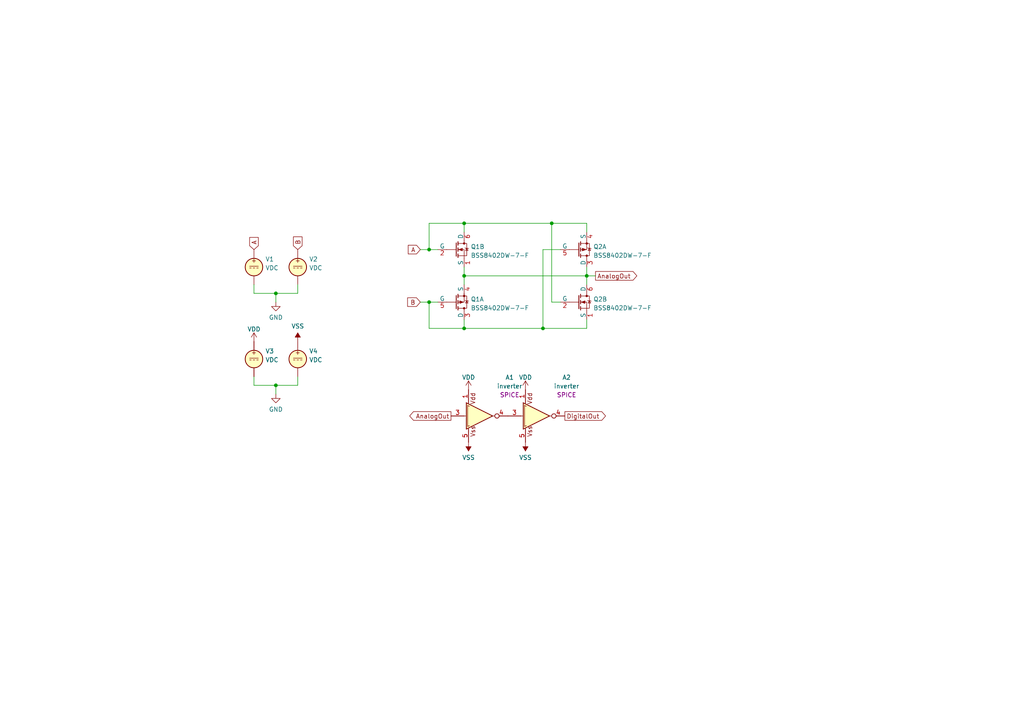
<source format=kicad_sch>
(kicad_sch (version 20211123) (generator eeschema)
  (paper "A4")
  (lib_symbols
    (symbol "Simulation_SPICE:VDC" (pin_numbers hide) (pin_names (offset 0.0254))
      (property "Reference" "V" (at 2.54 2.54 0))
      (property "Value" "VDC" (at 2.54 0 0))
      (property "Spice_Model" "dc(1)" (at 2.54 -2.54 0))
      (symbol "VDC_0_0"
        (polyline (pts (xy -1.27 0.254) (xy 1.27 0.254)))
        (polyline (pts (xy -0.762 -0.254) (xy -1.27 -0.254)))
        (polyline (pts (xy 0.254 -0.254) (xy -0.254 -0.254)))
        (polyline (pts (xy 1.27 -0.254) (xy 0.762 -0.254)))
        (text "+" (at 0 1.905 0) (effects (font (size 1.27 1.27))))
      )
      (symbol "VDC_0_1"
        (circle (center 0 0) (radius 2.54) (stroke (width 0.254)) (fill (type background)))
      )
      (symbol "VDC_1_1"
        (pin passive line (at 0 5.08 270) (length 2.54) (name "~") (number "1"))
        (pin passive line (at 0 -5.08 90) (length 2.54) (name "~") (number "2"))
      )
    )
    (symbol "TernaryLogic:inverter" (pin_names (offset 1.016))
      (property "Reference" "A" (at -0.635 1.27 0))
      (property "Value" "inverter" (at -0.635 -0.635 0))
      (property "Spice_Primitive" "X" (at -0.635 1.27 0))
      (property "Spice_Model" "Inverter" (at -0.635 1.27 0))
      (property "Spice_Netlist_Enabled" "Y" (at -0.635 1.27 0))
      (symbol "inverter_0_0"
        (polyline (pts (xy -3.81 0) (xy -3.302 0)))
        (polyline (pts (xy -2.54 -3.81) (xy -2.54 -3.556)))
        (polyline (pts (xy -2.54 3.81) (xy -2.54 3.556)))
        (polyline (pts (xy 5.08 0) (xy 4.318 0)))
        (text "Vdd" (at -1.27 5.08 900) (effects (font (size 1.27 1.27))))
        (text "Vss" (at -1.27 -4.445 900) (effects (font (size 1.27 1.27))))
      )
      (symbol "inverter_0_1"
        (polyline (pts (xy -2.794 3.048) (xy -2.286 2.794)) (stroke (width 0.1524)))
        (polyline (pts (xy -2.794 3.048) (xy -2.794 -3.048) (xy -2.286 -2.794)) (stroke (width 0.1524)))
      )
      (symbol "inverter_1_1"
        (polyline (pts (xy -3.175 3.81) (xy -3.175 -3.81) (xy 4.445 0) (xy -3.175 3.81)) (stroke (width 0.254)) (fill (type background)))
        (pin power_in line (at -2.54 7.62 270) (length 3.81) (name "~") (number "1"))
        (pin input line (at -7.62 0 0) (length 3.81) (name "~") (number "3"))
        (pin output inverted (at 8.89 0 180) (length 3.81) (name "~") (number "4"))
        (pin power_in line (at -2.54 -7.62 90) (length 3.81) (name "~") (number "5"))
      )
    )
    (symbol "Tritium:BSS8402DW-7-F" (pin_names (offset 0))
      (property "Reference" "Q" (at 2.54 1.27 0))
      (property "Value" "BSS8402DW-7-F" (at 2.54 -1.27 0))
      (symbol "BSS8402DW-7-F_0_1"
        (polyline (pts (xy -2.286 -1.905) (xy -2.286 1.905)) (stroke (width 0.254)))
        (polyline (pts (xy -2.286 0) (xy -5.08 0)))
        (polyline (pts (xy -1.778 -2.286) (xy -1.778 -1.27)) (stroke (width 0.254)))
        (polyline (pts (xy -1.778 -0.508) (xy -1.778 0.508)) (stroke (width 0.254)))
        (polyline (pts (xy -1.778 1.27) (xy -1.778 2.286)) (stroke (width 0.254)))
        (polyline (pts (xy 0 2.54) (xy 0 1.778)))
        (polyline (pts (xy -1.778 -1.778) (xy 0.762 -1.778) (xy 0.762 1.778) (xy -1.778 1.778)))
        (polyline (pts (xy 0.254 0.508) (xy 0.381 0.381) (xy 1.143 0.381) (xy 1.27 0.254)))
        (polyline (pts (xy 0.762 0.381) (xy 0.381 -0.254) (xy 1.143 -0.254) (xy 0.762 0.381)))
        (circle (center 0 1.778) (radius 0.254) (fill (type outline)))
      )
      (symbol "BSS8402DW-7-F_1_1"
        (circle (center 0 -1.778) (radius 0.254) (fill (type outline)))
        (polyline (pts (xy 0 -2.54) (xy 0 -1.778)))
        (polyline (pts (xy 0 2.54) (xy 0 0) (xy -1.778 0)))
        (polyline (pts (xy -0.254 0) (xy -1.27 -0.381) (xy -1.27 0.381) (xy -0.254 0)) (fill (type outline)))
        (pin passive line (at 0 -5.08 90) (length 2.54) (name "D") (number "3"))
        (pin passive line (at 0 5.08 270) (length 2.54) (name "S") (number "4"))
        (pin input line (at -7.62 0 0) (length 2.54) (name "G") (number "5"))
      )
      (symbol "BSS8402DW-7-F_2_1"
        (polyline (pts (xy 0 -2.54) (xy 0 0) (xy -1.778 0)))
        (polyline (pts (xy -1.524 0) (xy -0.508 0.381) (xy -0.508 -0.381) (xy -1.524 0)) (fill (type outline)))
        (pin passive line (at 0 -5.08 90) (length 2.54) (name "S") (number "1"))
        (pin input line (at -7.62 0 0) (length 2.54) (name "G") (number "2"))
        (pin passive line (at 0 5.08 270) (length 2.54) (name "D") (number "6"))
      )
    )
    (symbol "power:GND" (power) (pin_names (offset 0))
      (property "Value" "GND" (at 0 -3.81 0))
      (symbol "GND_0_1"
        (polyline (pts (xy 0 0) (xy 0 -1.27) (xy 1.27 -1.27) (xy 0 -2.54) (xy -1.27 -1.27) (xy 0 -1.27)))
      )
      (symbol "GND_1_1"
        (pin power_in line (at 0 0 270) (length 0) hide (name "GND") (number "1"))
      )
    )
    (symbol "power:VDD" (power) (pin_names (offset 0))
      (property "Value" "VDD" (at 0 3.81 0))
      (symbol "VDD_0_1"
        (polyline (pts (xy -0.762 1.27) (xy 0 2.54)))
        (polyline (pts (xy 0 0) (xy 0 2.54)))
        (polyline (pts (xy 0 2.54) (xy 0.762 1.27)))
      )
      (symbol "VDD_1_1"
        (pin power_in line (at 0 0 90) (length 0) hide (name "VDD") (number "1"))
      )
    )
    (symbol "power:VSS" (power) (pin_names (offset 0))
      (property "Value" "VSS" (at 0 3.81 0))
      (symbol "VSS_0_1"
        (polyline (pts (xy 0 0) (xy 0 2.54)))
        (polyline (pts (xy 0.762 1.27) (xy -0.762 1.27) (xy 0 2.54) (xy 0.762 1.27)) (fill (type outline)))
      )
      (symbol "VSS_1_1"
        (pin power_in line (at 0 0 90) (length 0) hide (name "VSS") (number "1"))
      )
    )
  )
  (junction (at 134.62 64.77))
  (junction (at 170.18 80.01))
  (junction (at 80.01 85.09))
  (junction (at 160.02 64.77))
  (junction (at 124.46 87.63))
  (junction (at 157.48 95.25))
  (junction (at 134.62 95.25))
  (junction (at 134.62 80.01))
  (junction (at 80.01 111.76))
  (junction (at 124.46 72.39))
  (wire (pts (xy 134.62 80.01) (xy 170.18 80.01)))
  (wire (pts (xy 124.46 64.77) (xy 134.62 64.77)))
  (wire (pts (xy 121.92 72.39) (xy 124.46 72.39)))
  (wire (pts (xy 162.56 72.39) (xy 157.48 72.39)))
  (wire (pts (xy 134.62 77.47) (xy 134.62 80.01)))
  (wire (pts (xy 160.02 64.77) (xy 170.18 64.77)))
  (wire (pts (xy 124.46 87.63) (xy 127 87.63)))
  (wire (pts (xy 157.48 72.39) (xy 157.48 95.25)))
  (wire (pts (xy 134.62 92.71) (xy 134.62 95.25)))
  (wire (pts (xy 170.18 92.71) (xy 170.18 95.25)))
  (wire (pts (xy 124.46 72.39) (xy 124.46 64.77)))
  (wire (pts (xy 80.01 85.09) (xy 86.36 85.09)))
  (wire (pts (xy 124.46 87.63) (xy 124.46 95.25)))
  (wire (pts (xy 170.18 80.01) (xy 170.18 82.55)))
  (wire (pts (xy 170.18 64.77) (xy 170.18 67.31)))
  (wire (pts (xy 73.66 85.09) (xy 80.01 85.09)))
  (wire (pts (xy 73.66 82.55) (xy 73.66 85.09)))
  (wire (pts (xy 86.36 111.76) (xy 86.36 109.22)))
  (wire (pts (xy 160.02 87.63) (xy 160.02 64.77)))
  (wire (pts (xy 134.62 64.77) (xy 160.02 64.77)))
  (wire (pts (xy 134.62 64.77) (xy 134.62 67.31)))
  (wire (pts (xy 157.48 95.25) (xy 170.18 95.25)))
  (wire (pts (xy 80.01 111.76) (xy 86.36 111.76)))
  (wire (pts (xy 80.01 85.09) (xy 80.01 87.63)))
  (wire (pts (xy 124.46 95.25) (xy 134.62 95.25)))
  (wire (pts (xy 134.62 80.01) (xy 134.62 82.55)))
  (wire (pts (xy 170.18 80.01) (xy 172.72 80.01)))
  (wire (pts (xy 134.62 95.25) (xy 157.48 95.25)))
  (wire (pts (xy 73.66 111.76) (xy 80.01 111.76)))
  (wire (pts (xy 162.56 87.63) (xy 160.02 87.63)))
  (wire (pts (xy 170.18 77.47) (xy 170.18 80.01)))
  (wire (pts (xy 86.36 85.09) (xy 86.36 82.55)))
  (wire (pts (xy 80.01 111.76) (xy 80.01 114.3)))
  (wire (pts (xy 73.66 109.22) (xy 73.66 111.76)))
  (wire (pts (xy 127 72.39) (xy 124.46 72.39)))
  (wire (pts (xy 121.92 87.63) (xy 124.46 87.63)))
  (global_label "B" (shape input) (at 86.36 72.39 90) (property "Intersheet References" "${INTERSHEET_REFS}" (effects hide)))
  (global_label "DigitalOut" (shape output) (at 163.83 120.65 0) (property "Intersheet References" "${INTERSHEET_REFS}" (effects hide)))
  (global_label "AnalogOut" (shape output) (at 172.72 80.01 0) (property "Intersheet References" "${INTERSHEET_REFS}" (effects hide)))
  (global_label "B" (shape input) (at 121.92 87.63 180) (property "Intersheet References" "${INTERSHEET_REFS}" (effects hide)))
  (global_label "AnalogOut" (shape output) (at 130.81 120.65 180) (property "Intersheet References" "${INTERSHEET_REFS}" (effects hide)))
  (global_label "A" (shape input) (at 73.66 72.39 90) (property "Intersheet References" "${INTERSHEET_REFS}" (effects hide)))
  (global_label "A" (shape input) (at 121.92 72.39 180) (property "Intersheet References" "${INTERSHEET_REFS}" (effects hide)))
  (symbol (lib_id "Simulation_SPICE:VDC") (at 73.66 104.14 0) (unit 1)
    (property "Reference" "V3" (at 76.962 101.8471 0) (effects (justify left)))
    (property "Value" "VDC" (at 76.962 104.384 0) (effects (justify left)))
    (property "Spice_Netlist_Enabled" "Y" (effects hide))
    (property "Spice_Primitive" "V" (effects hide))
    (property "Spice_Model" "5" (at 76.962 106.9209 0) (effects (justify left)))
  )
  (symbol (lib_id "power:VDD") (at 152.4 113.03 0) (unit 1)
    (property "Reference" "#PWR07" (effects hide))
    (property "Value" "VDD" (at 152.4 109.4542 0))
  )
  (symbol (lib_id "Simulation_SPICE:VDC") (at 86.36 104.14 0) (unit 1)
    (property "Reference" "V4" (at 89.662 101.8471 0) (effects (justify left)))
    (property "Value" "VDC" (at 89.662 104.384 0) (effects (justify left)))
    (property "Spice_Netlist_Enabled" "Y" (effects hide))
    (property "Spice_Primitive" "V" (effects hide))
    (property "Spice_Model" "-5" (at 89.662 106.9209 0) (effects (justify left)))
  )
  (symbol (lib_id "power:GND") (at 80.01 87.63 0) (unit 1)
    (property "Reference" "#PWR01" (effects hide))
    (property "Value" "GND" (at 80.01 92.0734 0))
  )
  (symbol (lib_id "power:VDD") (at 73.66 99.06 0) (unit 1)
    (property "Reference" "#PWR02" (effects hide))
    (property "Value" "VDD" (at 73.66 95.4842 0))
  )
  (symbol (lib_id "power:VSS") (at 135.89 128.27 180) (unit 1)
    (property "Reference" "#PWR06" (effects hide))
    (property "Value" "VSS" (at 135.89 132.7134 0))
  )
  (symbol (lib_id "Simulation_SPICE:VDC") (at 73.66 77.47 0) (unit 1)
    (property "Reference" "V1" (at 76.962 75.1771 0) (effects (justify left)))
    (property "Value" "VDC" (at 76.962 77.714 0) (effects (justify left)))
    (property "Spice_Netlist_Enabled" "Y" (effects hide))
    (property "Spice_Primitive" "V" (effects hide))
    (property "Spice_Model" "-5" (at 76.962 80.2509 0) (effects (justify left)))
  )
  (symbol (lib_id "Tritium:BSS8402DW-7-F") (at 170.18 72.39 0) (unit 1)
    (property "Reference" "Q2" (at 172.085 71.5553 0) (effects (justify left)))
    (property "Value" "BSS8402DW-7-F" (at 172.085 74.0922 0) (effects (justify left)))
    (property "Footprint" "Package_TO_SOT_SMD:SOT-363_SC-70-6_Handsoldering" (effects hide))
    (property "Datasheet" "https://www.diodes.com/assets/Datasheets/ds30380.pdf" (effects hide))
    (property "Spice_Primitive" "X" (effects hide))
    (property "Spice_Model" "BSS8402DW" (effects hide))
    (property "Spice_Netlist_Enabled" "Y" (effects hide))
    (property "Spice_Lib_File" "${TRITIUM_LIB}/TritiumSpice.lib" (effects hide))
  )
  (symbol (lib_id "power:VSS") (at 152.4 128.27 180) (unit 1)
    (property "Reference" "#PWR08" (effects hide))
    (property "Value" "VSS" (at 152.4 132.7134 0))
  )
  (symbol (lib_id "Tritium:BSS8402DW-7-F") (at 134.62 72.39 0) (unit 2)
    (property "Reference" "Q1" (at 136.525 71.5553 0) (effects (justify left)))
    (property "Value" "BSS8402DW-7-F" (at 136.525 74.0922 0) (effects (justify left)))
    (property "Footprint" "Package_TO_SOT_SMD:SOT-363_SC-70-6_Handsoldering" (effects hide))
    (property "Datasheet" "https://www.diodes.com/assets/Datasheets/ds30380.pdf" (effects hide))
    (property "Spice_Primitive" "X" (effects hide))
    (property "Spice_Model" "BSS8402DW" (effects hide))
    (property "Spice_Netlist_Enabled" "Y" (effects hide))
    (property "Spice_Lib_File" "${TRITIUM_LIB}/TritiumSpice.lib" (effects hide))
  )
  (symbol (lib_id "Simulation_SPICE:VDC") (at 86.36 77.47 0) (unit 1)
    (property "Reference" "V2" (at 89.662 75.1771 0) (effects (justify left)))
    (property "Value" "VDC" (at 89.662 77.714 0) (effects (justify left)))
    (property "Spice_Netlist_Enabled" "Y" (effects hide))
    (property "Spice_Primitive" "V" (effects hide))
    (property "Spice_Model" "0" (at 89.662 80.2509 0) (effects (justify left)))
  )
  (symbol (lib_id "TernaryLogic:inverter") (at 154.94 120.65 0) (unit 1)
    (property "Reference" "A2" (at 164.3327 109.4666 0))
    (property "Value" "inverter" (at 164.3327 112.0035 0))
    (property "Footprint" "Ternary_Rev_1:inverter" (effects hide))
    (property "Spice_Primitive" "X" (at 164.3327 114.5404 0))
    (property "Spice_Model" "Inverter" (at 164.3327 117.0773 0))
    (property "Spice_Netlist_Enabled" "Y" (at 164.3327 119.6142 0))
    (property "Spice_Lib_File" "${TRITIUM_LIB}/TritiumSpice.lib" (effects hide))
  )
  (symbol (lib_id "TernaryLogic:inverter") (at 138.43 120.65 0) (unit 1)
    (property "Reference" "A1" (at 147.8227 109.4666 0))
    (property "Value" "inverter" (at 147.8227 112.0035 0))
    (property "Footprint" "Ternary_Rev_1:inverter" (effects hide))
    (property "Spice_Primitive" "X" (at 147.8227 114.5404 0))
    (property "Spice_Model" "Inverter" (at 147.8227 117.0773 0))
    (property "Spice_Netlist_Enabled" "Y" (at 147.8227 119.6142 0))
    (property "Spice_Lib_File" "${TRITIUM_LIB}/TritiumSpice.lib" (effects hide))
  )
  (symbol (lib_id "power:VSS") (at 86.36 99.06 0) (unit 1)
    (property "Reference" "#PWR04" (effects hide))
    (property "Value" "VSS" (at 86.36 94.6166 0))
  )
  (symbol (lib_id "Tritium:BSS8402DW-7-F") (at 134.62 87.63 0) (unit 1)
    (property "Reference" "Q1" (at 136.525 86.7953 0) (effects (justify left)))
    (property "Value" "BSS8402DW-7-F" (at 136.525 89.3322 0) (effects (justify left)))
    (property "Footprint" "Package_TO_SOT_SMD:SOT-363_SC-70-6_Handsoldering" (effects hide))
    (property "Datasheet" "https://www.diodes.com/assets/Datasheets/ds30380.pdf" (effects hide))
    (property "Spice_Primitive" "X" (effects hide))
    (property "Spice_Model" "BSS8402DW" (effects hide))
    (property "Spice_Netlist_Enabled" "Y" (effects hide))
    (property "Spice_Lib_File" "${TRITIUM_LIB}/TritiumSpice.lib" (effects hide))
  )
  (symbol (lib_id "power:GND") (at 80.01 114.3 0) (unit 1)
    (property "Reference" "#PWR03" (effects hide))
    (property "Value" "GND" (at 80.01 118.7434 0))
  )
  (symbol (lib_id "Tritium:BSS8402DW-7-F") (at 170.18 87.63 0) (unit 2)
    (property "Reference" "Q2" (at 172.085 86.7953 0) (effects (justify left)))
    (property "Value" "BSS8402DW-7-F" (at 172.085 89.3322 0) (effects (justify left)))
    (property "Footprint" "Package_TO_SOT_SMD:SOT-363_SC-70-6_Handsoldering" (effects hide))
    (property "Datasheet" "https://www.diodes.com/assets/Datasheets/ds30380.pdf" (effects hide))
    (property "Spice_Primitive" "X" (effects hide))
    (property "Spice_Model" "BSS8402DW" (effects hide))
    (property "Spice_Netlist_Enabled" "Y" (effects hide))
    (property "Spice_Lib_File" "${TRITIUM_LIB}/TritiumSpice.lib" (effects hide))
  )
  (symbol (lib_id "power:VDD") (at 135.89 113.03 0) (unit 1)
    (property "Reference" "#PWR05" (effects hide))
    (property "Value" "VDD" (at 135.89 109.4542 0))
  )
)
</source>
